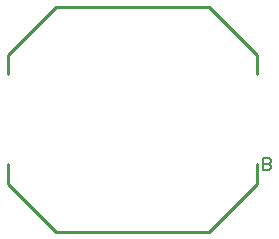
<source format=gbo>
%FSAX24Y24*%
%MOIN*%
G70*
G01*
G75*
G04 Layer_Color=32896*
%ADD10R,0.0500X0.0600*%
G04:AMPARAMS|DCode=11|XSize=39.4mil|YSize=43.3mil|CornerRadius=0mil|HoleSize=0mil|Usage=FLASHONLY|Rotation=225.000|XOffset=0mil|YOffset=0mil|HoleType=Round|Shape=Rectangle|*
%AMROTATEDRECTD11*
4,1,4,-0.0014,0.0292,0.0292,-0.0014,0.0014,-0.0292,-0.0292,0.0014,-0.0014,0.0292,0.0*
%
%ADD11ROTATEDRECTD11*%

%ADD12R,0.0394X0.0433*%
%ADD13R,0.0433X0.0394*%
%ADD14R,0.0310X0.0370*%
%ADD15R,0.0571X0.0177*%
%ADD16C,0.0197*%
%ADD17C,0.0118*%
%ADD18C,0.0900*%
%ADD19C,0.0591*%
%ADD20R,0.0591X0.0591*%
%ADD21C,0.0394*%
%ADD22C,0.7000*%
%ADD23C,0.0394*%
%ADD24C,0.0059*%
%ADD25C,0.0050*%
%ADD26C,0.0079*%
%ADD27C,0.0100*%
%ADD28R,0.0550X0.0650*%
%ADD29R,0.1050X0.0700*%
%ADD30R,0.2700X0.1700*%
%ADD31R,0.0580X0.0680*%
G04:AMPARAMS|DCode=32|XSize=47.4mil|YSize=51.3mil|CornerRadius=0mil|HoleSize=0mil|Usage=FLASHONLY|Rotation=225.000|XOffset=0mil|YOffset=0mil|HoleType=Round|Shape=Rectangle|*
%AMROTATEDRECTD32*
4,1,4,-0.0014,0.0349,0.0349,-0.0014,0.0014,-0.0349,-0.0349,0.0014,-0.0014,0.0349,0.0*
%
%ADD32ROTATEDRECTD32*%

%ADD33R,0.0474X0.0513*%
%ADD34R,0.0513X0.0474*%
%ADD35R,0.0390X0.0450*%
%ADD36R,0.0651X0.0257*%
%ADD37C,0.0980*%
%ADD38C,0.0671*%
%ADD39R,0.0671X0.0671*%
%ADD40C,0.0474*%
%ADD41C,0.7080*%
D26*
X010150Y002106D02*
Y002500D01*
X010347D01*
X010412Y002434D01*
Y002369D01*
X010347Y002303D01*
X010150D01*
X010347D01*
X010412Y002238D01*
Y002172D01*
X010347Y002106D01*
X010150D01*
D27*
X009950Y001650D02*
Y002300D01*
X005800Y000050D02*
X008350D01*
X009950Y001650D01*
X001650D02*
X003250Y000050D01*
X005800D01*
X001650Y001650D02*
Y002300D01*
X009950Y005300D02*
Y005950D01*
X005800Y007550D02*
X008350D01*
X009950Y005950D01*
X001650D02*
X003250Y007550D01*
X005800D01*
X001650Y005300D02*
Y005950D01*
M02*

</source>
